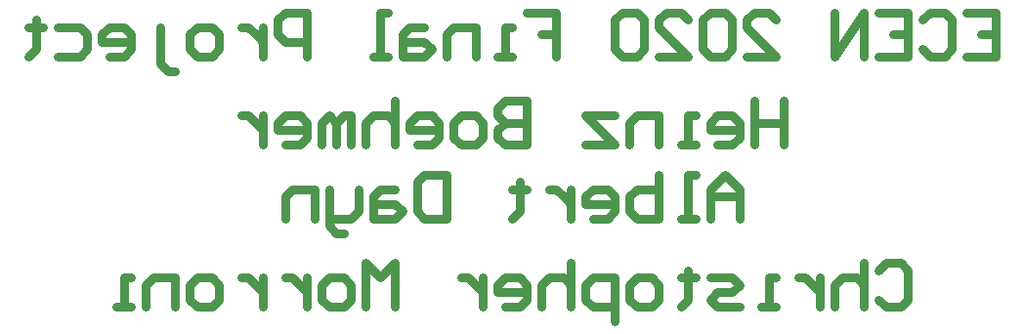
<source format=gbo>
G04 Layer_Color=32896*
%FSLAX25Y25*%
%MOIN*%
G70*
G01*
G75*
%ADD83C,0.03000*%
D83*
X415600Y265186D02*
X425597D01*
Y250191D01*
X415600D01*
X425597Y257689D02*
X420598D01*
X400605Y262687D02*
X403104Y265186D01*
X408102D01*
X410602Y262687D01*
Y252691D01*
X408102Y250191D01*
X403104D01*
X400605Y252691D01*
X385610Y265186D02*
X395606D01*
Y250191D01*
X385610D01*
X395606Y257689D02*
X390608D01*
X380611Y250191D02*
Y265186D01*
X370614Y250191D01*
Y265186D01*
X340624Y250191D02*
X350621D01*
X340624Y260188D01*
Y262687D01*
X343123Y265186D01*
X348122D01*
X350621Y262687D01*
X335626D02*
X333127Y265186D01*
X328128D01*
X325629Y262687D01*
Y252691D01*
X328128Y250191D01*
X333127D01*
X335626Y252691D01*
Y262687D01*
X310634Y250191D02*
X320631D01*
X310634Y260188D01*
Y262687D01*
X313133Y265186D01*
X318131D01*
X320631Y262687D01*
X305635D02*
X303136Y265186D01*
X298138D01*
X295639Y262687D01*
Y252691D01*
X298138Y250191D01*
X303136D01*
X305635Y252691D01*
Y262687D01*
X265648Y265186D02*
X275645D01*
Y257689D01*
X270647D01*
X275645D01*
Y250191D01*
X260650D02*
X255652D01*
X258151D01*
Y260188D01*
X260650D01*
X248154Y250191D02*
Y260188D01*
X240656D01*
X238157Y257689D01*
Y250191D01*
X230660Y260188D02*
X225661D01*
X223162Y257689D01*
Y250191D01*
X230660D01*
X233159Y252691D01*
X230660Y255190D01*
X223162D01*
X218164Y250191D02*
X213165D01*
X215665D01*
Y265186D01*
X218164D01*
X190673Y250191D02*
Y265186D01*
X183175D01*
X180676Y262687D01*
Y257689D01*
X183175Y255190D01*
X190673D01*
X175678Y260188D02*
Y250191D01*
Y255190D01*
X173178Y257689D01*
X170679Y260188D01*
X168180D01*
X158183Y250191D02*
X153185D01*
X150686Y252691D01*
Y257689D01*
X153185Y260188D01*
X158183D01*
X160682Y257689D01*
Y252691D01*
X158183Y250191D01*
X145687Y245193D02*
X143188D01*
X140689Y247692D01*
Y260188D01*
X123195Y250191D02*
X128193D01*
X130692Y252691D01*
Y257689D01*
X128193Y260188D01*
X123195D01*
X120695Y257689D01*
Y255190D01*
X130692D01*
X105700Y260188D02*
X113198D01*
X115697Y257689D01*
Y252691D01*
X113198Y250191D01*
X105700D01*
X98203Y262687D02*
Y260188D01*
X100702D01*
X95703D01*
X98203D01*
Y252691D01*
X95703Y250191D01*
X353120Y234994D02*
Y219999D01*
Y227496D01*
X343123D01*
Y234994D01*
Y219999D01*
X330627D02*
X335626D01*
X338125Y222498D01*
Y227496D01*
X335626Y229995D01*
X330627D01*
X328128Y227496D01*
Y224997D01*
X338125D01*
X323130Y219999D02*
X318131D01*
X320631D01*
Y229995D01*
X323130D01*
X310634Y219999D02*
Y229995D01*
X303136D01*
X300637Y227496D01*
Y219999D01*
X295639Y229995D02*
X285642D01*
X295639Y219999D01*
X285642D01*
X265648Y234994D02*
Y219999D01*
X258151D01*
X255652Y222498D01*
Y224997D01*
X258151Y227496D01*
X265648D01*
X258151D01*
X255652Y229995D01*
Y232495D01*
X258151Y234994D01*
X265648D01*
X248154Y219999D02*
X243156D01*
X240656Y222498D01*
Y227496D01*
X243156Y229995D01*
X248154D01*
X250653Y227496D01*
Y222498D01*
X248154Y219999D01*
X228161D02*
X233159D01*
X235658Y222498D01*
Y227496D01*
X233159Y229995D01*
X228161D01*
X225661Y227496D01*
Y224997D01*
X235658D01*
X220663Y234994D02*
Y219999D01*
Y227496D01*
X218164Y229995D01*
X213165D01*
X210666Y227496D01*
Y219999D01*
X205668D02*
Y229995D01*
X203169D01*
X200669Y227496D01*
Y219999D01*
Y227496D01*
X198170Y229995D01*
X195671Y227496D01*
Y219999D01*
X183175D02*
X188173D01*
X190673Y222498D01*
Y227496D01*
X188173Y229995D01*
X183175D01*
X180676Y227496D01*
Y224997D01*
X190673D01*
X175678Y229995D02*
Y219999D01*
Y224997D01*
X173178Y227496D01*
X170679Y229995D01*
X168180D01*
X338125Y194805D02*
Y204801D01*
X333127Y209800D01*
X328128Y204801D01*
Y194805D01*
Y202302D01*
X338125D01*
X323130Y194805D02*
X318131D01*
X320631D01*
Y209800D01*
X323130D01*
X310634D02*
Y194805D01*
X303136D01*
X300637Y197304D01*
Y199803D01*
Y202302D01*
X303136Y204801D01*
X310634D01*
X288141Y194805D02*
X293140D01*
X295639Y197304D01*
Y202302D01*
X293140Y204801D01*
X288141D01*
X285642Y202302D01*
Y199803D01*
X295639D01*
X280644Y204801D02*
Y194805D01*
Y199803D01*
X278144Y202302D01*
X275645Y204801D01*
X273146D01*
X263149Y207300D02*
Y204801D01*
X265648D01*
X260650D01*
X263149D01*
Y197304D01*
X260650Y194805D01*
X238157Y209800D02*
Y194805D01*
X230660D01*
X228161Y197304D01*
Y207300D01*
X230660Y209800D01*
X238157D01*
X220663Y204801D02*
X215665D01*
X213165Y202302D01*
Y194805D01*
X220663D01*
X223162Y197304D01*
X220663Y199803D01*
X213165D01*
X208167Y204801D02*
Y197304D01*
X205668Y194805D01*
X198170D01*
Y192305D01*
X200669Y189806D01*
X203169D01*
X198170Y194805D02*
Y204801D01*
X193172Y194805D02*
Y204801D01*
X185674D01*
X183175Y202302D01*
Y194805D01*
X385610Y177108D02*
X388109Y179607D01*
X393107D01*
X395606Y177108D01*
Y167111D01*
X393107Y164612D01*
X388109D01*
X385610Y167111D01*
X380611Y179607D02*
Y164612D01*
Y172109D01*
X378112Y174609D01*
X373114D01*
X370614Y172109D01*
Y164612D01*
X365616Y174609D02*
Y164612D01*
Y169610D01*
X363117Y172109D01*
X360618Y174609D01*
X358119D01*
X350621Y164612D02*
X345622D01*
X348122D01*
Y174609D01*
X350621D01*
X338125Y164612D02*
X330627D01*
X328128Y167111D01*
X330627Y169610D01*
X335626D01*
X338125Y172109D01*
X335626Y174609D01*
X328128D01*
X320631Y177108D02*
Y174609D01*
X323130D01*
X318131D01*
X320631D01*
Y167111D01*
X318131Y164612D01*
X308135D02*
X303136D01*
X300637Y167111D01*
Y172109D01*
X303136Y174609D01*
X308135D01*
X310634Y172109D01*
Y167111D01*
X308135Y164612D01*
X295639Y159614D02*
Y174609D01*
X288141D01*
X285642Y172109D01*
Y167111D01*
X288141Y164612D01*
X295639D01*
X280644Y179607D02*
Y164612D01*
Y172109D01*
X278144Y174609D01*
X273146D01*
X270647Y172109D01*
Y164612D01*
X258151D02*
X263149D01*
X265648Y167111D01*
Y172109D01*
X263149Y174609D01*
X258151D01*
X255652Y172109D01*
Y169610D01*
X265648D01*
X250653Y174609D02*
Y164612D01*
Y169610D01*
X248154Y172109D01*
X245655Y174609D01*
X243156D01*
X220663Y164612D02*
Y179607D01*
X215665Y174609D01*
X210666Y179607D01*
Y164612D01*
X203169D02*
X198170D01*
X195671Y167111D01*
Y172109D01*
X198170Y174609D01*
X203169D01*
X205668Y172109D01*
Y167111D01*
X203169Y164612D01*
X190673Y174609D02*
Y164612D01*
Y169610D01*
X188173Y172109D01*
X185674Y174609D01*
X183175D01*
X175678D02*
Y164612D01*
Y169610D01*
X173178Y172109D01*
X170679Y174609D01*
X168180D01*
X158183Y164612D02*
X153185D01*
X150686Y167111D01*
Y172109D01*
X153185Y174609D01*
X158183D01*
X160682Y172109D01*
Y167111D01*
X158183Y164612D01*
X145687D02*
Y174609D01*
X138190D01*
X135690Y172109D01*
Y164612D01*
X130692D02*
X125694D01*
X128193D01*
Y174609D01*
X130692D01*
M02*

</source>
